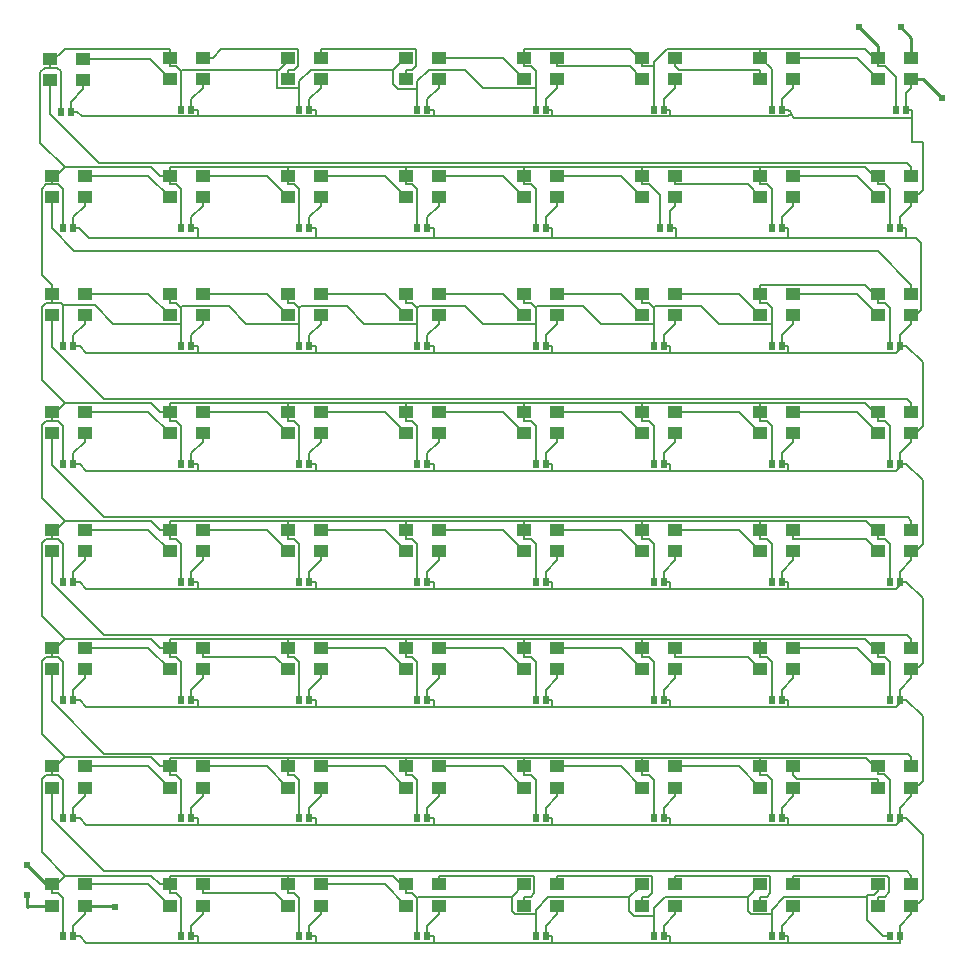
<source format=gtl>
G04 ---------------------------- Layer name :TOP LAYER*
G04 EasyEDA v5.8.22, Sat, 19 Jan 2019 18:17:00 GMT*
G04 b8eca77e87294b629a6419249ffa979f*
G04 Gerber Generator version 0.2*
G04 Scale: 100 percent, Rotated: No, Reflected: No *
G04 Dimensions in millimeters *
G04 leading zeros omitted , absolute positions ,3 integer and 3 decimal *
%FSLAX33Y33*%
%MOMM*%
G90*
G71D02*

%ADD10C,0.254000*%
%ADD11C,0.159995*%
%ADD12C,0.619760*%
%ADD13R,1.199998X0.999998*%
%ADD14R,0.599948X0.649986*%

%LPD*%
G54D11*
G01X3599Y55900D02*
G01X3599Y55158D01*
G01X3743Y55158D02*
G01X3599Y55158D01*
G01X3743Y55158D02*
G01X4366Y55158D01*
G01X4577Y54947D01*
G01X4716Y46642D02*
G01X2758Y48600D01*
G01X2758Y54795D01*
G01X3119Y55158D01*
G01X3743Y55158D01*
G01X54576Y3220D02*
G01X54576Y1498D01*
G01X62544Y4841D02*
G01X55526Y4841D01*
G01X54576Y3891D01*
G01X54576Y3220D01*
G01X54576Y3220D02*
G01X52956Y3220D01*
G01X52529Y3647D01*
G01X52529Y4841D01*
G01X52529Y4841D02*
G01X53296Y5608D01*
G01X53599Y5608D01*
G01X52529Y4841D02*
G01X45656Y4841D01*
G01X44577Y3761D01*
G01X44577Y3350D01*
G01X72677Y4841D02*
G01X72677Y4993D01*
G01X73276Y4993D01*
G01X73599Y5316D01*
G01X74035Y1498D02*
G01X72677Y2857D01*
G01X72677Y4841D01*
G01X72677Y4841D02*
G01X65656Y4841D01*
G01X64576Y3761D01*
G01X64576Y3350D01*
G01X74576Y1498D02*
G01X74035Y1498D01*
G01X34577Y73220D02*
G01X34577Y71498D01*
G01X44577Y73345D02*
G01X40088Y73345D01*
G01X38590Y74841D01*
G01X35526Y74841D01*
G01X34577Y73891D01*
G01X34577Y73220D01*
G01X34577Y73220D02*
G01X32956Y73220D01*
G01X32529Y73647D01*
G01X32529Y74841D01*
G01X32529Y74841D02*
G01X33296Y75608D01*
G01X33599Y75608D01*
G01X32529Y74841D02*
G01X25529Y74841D01*
G01X24577Y73888D01*
G01X24577Y73317D01*
G01X43599Y75900D02*
G01X43599Y76641D01*
G01X53599Y75608D02*
G01X52567Y76641D01*
G01X43599Y76641D01*
G01X53599Y75608D02*
G01X53599Y75158D01*
G01X53599Y75900D02*
G01X53599Y75608D01*
G01X64576Y71498D02*
G01X64576Y74922D01*
G01X63599Y75900D01*
G01X73599Y75529D02*
G01X72486Y76641D01*
G01X63599Y76641D01*
G01X73599Y75529D02*
G01X73599Y75158D01*
G01X73599Y75900D02*
G01X73599Y75529D01*
G01X24577Y73317D02*
G01X24577Y71498D01*
G01X22689Y74841D02*
G01X22689Y73317D01*
G01X24577Y73317D01*
G01X22689Y74841D02*
G01X14681Y74841D01*
G01X14577Y74736D01*
G01X23601Y75608D02*
G01X22837Y74841D01*
G01X22689Y74841D01*
G01X44577Y3350D02*
G01X44577Y1498D01*
G01X44577Y3350D02*
G01X42826Y3350D01*
G01X42545Y3629D01*
G01X42545Y4841D01*
G01X42545Y4841D02*
G01X43601Y5897D01*
G01X34577Y4737D02*
G01X34683Y4841D01*
G01X42545Y4841D01*
G01X53599Y5900D02*
G01X53599Y5608D01*
G01X64576Y3350D02*
G01X64576Y1498D01*
G01X64576Y3350D02*
G01X62826Y3350D01*
G01X62544Y3629D01*
G01X62544Y4841D01*
G01X62544Y4841D02*
G01X63601Y5897D01*
G01X73599Y5900D02*
G01X73599Y5316D01*
G01X63599Y75900D02*
G01X63599Y76641D01*
G01X54576Y75158D02*
G01X54576Y75519D01*
G01X55699Y76641D01*
G01X63599Y76641D01*
G01X54576Y71498D02*
G01X54576Y75158D01*
G01X54576Y75158D02*
G01X53599Y75158D01*
G01X14577Y74736D02*
G01X14155Y75158D01*
G01X13599Y75158D01*
G01X14577Y71498D02*
G01X14577Y74736D01*
G01X23601Y75897D02*
G01X23601Y75608D01*
G01X33599Y75900D02*
G01X33599Y75608D01*
G01X44577Y73345D02*
G01X44577Y74736D01*
G01X44155Y75158D01*
G01X43599Y75158D01*
G01X44577Y71498D02*
G01X44577Y73345D01*
G01X4714Y66641D02*
G01X3599Y65529D01*
G01X12758Y65900D02*
G01X12014Y66641D01*
G01X4714Y66641D01*
G01X4714Y66641D02*
G01X2659Y68696D01*
G01X2659Y74693D01*
G01X3022Y75057D01*
G01X3502Y75057D01*
G01X13599Y65900D02*
G01X13599Y66641D01*
G01X23599Y66641D02*
G01X13599Y66641D01*
G01X23599Y66560D02*
G01X23599Y66641D01*
G01X23599Y65900D02*
G01X23599Y66560D01*
G01X33599Y66641D02*
G01X23599Y66641D01*
G01X33599Y66560D02*
G01X33599Y66641D01*
G01X33599Y65900D02*
G01X33599Y66560D01*
G01X43599Y66641D02*
G01X33599Y66641D01*
G01X43599Y66560D02*
G01X43599Y66641D01*
G01X43599Y65900D02*
G01X43599Y66560D01*
G01X53601Y66639D02*
G01X53601Y66641D01*
G01X43599Y66641D01*
G01X53601Y66560D02*
G01X53601Y66639D01*
G01X53601Y65897D02*
G01X53601Y66560D01*
G01X63599Y66641D02*
G01X53601Y66641D01*
G01X53601Y66639D01*
G01X63599Y66641D02*
G01X63599Y66641D01*
G01X63599Y66560D02*
G01X63599Y66641D01*
G01X63599Y65900D02*
G01X63599Y66560D01*
G01X73599Y65529D02*
G01X72486Y66641D01*
G01X63599Y66641D01*
G01X73599Y65529D02*
G01X73599Y65158D01*
G01X73599Y65900D02*
G01X73599Y65529D01*
G01X3599Y55900D02*
G01X3599Y56642D01*
G01X3599Y56642D02*
G01X2758Y57485D01*
G01X2758Y64795D01*
G01X3119Y65158D01*
G01X3599Y65158D01*
G01X24577Y53345D02*
G01X24577Y54737D01*
G01X24577Y51498D02*
G01X24577Y53345D01*
G01X24577Y53345D02*
G01X20088Y53345D01*
G01X18590Y54841D01*
G01X14683Y54841D01*
G01X14577Y54737D01*
G01X14577Y54737D02*
G01X14155Y55158D01*
G01X13599Y55158D01*
G01X14577Y53357D02*
G01X14577Y54737D01*
G01X34577Y53342D02*
G01X34577Y54737D01*
G01X34577Y51498D02*
G01X34577Y53342D01*
G01X34577Y53342D02*
G01X30088Y53342D01*
G01X28590Y54841D01*
G01X24683Y54841D01*
G01X24577Y54737D01*
G01X24577Y54737D02*
G01X24155Y55158D01*
G01X23599Y55158D01*
G01X44577Y53342D02*
G01X44577Y54737D01*
G01X44577Y51498D02*
G01X44577Y53342D01*
G01X44577Y53342D02*
G01X40088Y53342D01*
G01X38590Y54841D01*
G01X34681Y54841D01*
G01X34577Y54737D01*
G01X34577Y54737D02*
G01X34157Y55156D01*
G01X33601Y55156D01*
G01X54576Y53345D02*
G01X54576Y54739D01*
G01X54576Y51498D02*
G01X54576Y53345D01*
G01X54576Y53345D02*
G01X50086Y53345D01*
G01X48590Y54841D01*
G01X44681Y54841D01*
G01X44577Y54737D01*
G01X44577Y54737D02*
G01X44157Y55156D01*
G01X43601Y55156D01*
G01X64576Y53345D02*
G01X64576Y54737D01*
G01X64155Y55158D01*
G01X63599Y55158D01*
G01X64576Y51498D02*
G01X64576Y53345D01*
G01X64576Y53345D02*
G01X60088Y53345D01*
G01X58590Y54841D01*
G01X54678Y54841D01*
G01X54576Y54739D01*
G01X54576Y54739D02*
G01X54157Y55156D01*
G01X53601Y55156D01*
G01X63599Y55900D02*
G01X63599Y56642D01*
G01X73601Y55526D02*
G01X72486Y56642D01*
G01X63599Y56642D01*
G01X73601Y55526D02*
G01X73601Y55156D01*
G01X73601Y55897D02*
G01X73601Y55526D01*
G01X4716Y46642D02*
G01X3601Y45526D01*
G01X12760Y45897D02*
G01X12016Y46642D01*
G01X4716Y46642D01*
G01X13601Y45897D02*
G01X13601Y46639D01*
G01X23601Y46639D02*
G01X13601Y46639D01*
G01X23601Y46560D02*
G01X23601Y46639D01*
G01X23601Y45897D02*
G01X23601Y46560D01*
G01X33601Y46639D02*
G01X23601Y46639D01*
G01X33601Y46560D02*
G01X33601Y46639D01*
G01X33601Y45897D02*
G01X33601Y46560D01*
G01X43601Y46639D02*
G01X33601Y46639D01*
G01X43601Y46560D02*
G01X43601Y46639D01*
G01X43601Y45897D02*
G01X43601Y46560D01*
G01X53601Y46639D02*
G01X43601Y46639D01*
G01X53601Y46560D02*
G01X53601Y46639D01*
G01X53601Y45897D02*
G01X53601Y46560D01*
G01X63601Y46639D02*
G01X63601Y46639D01*
G01X53601Y46639D01*
G01X63601Y45897D02*
G01X63601Y46560D01*
G01X63601Y46639D02*
G01X63601Y46639D01*
G01X63601Y46560D02*
G01X63601Y46639D01*
G01X73601Y45526D02*
G01X72489Y46639D01*
G01X63601Y46639D01*
G01X73601Y45526D02*
G01X73601Y45156D01*
G01X73601Y45897D02*
G01X73601Y45526D01*
G01X4716Y36642D02*
G01X3601Y35526D01*
G01X12760Y35897D02*
G01X12016Y36642D01*
G01X4716Y36642D01*
G01X4716Y36642D02*
G01X2758Y38597D01*
G01X2758Y44792D01*
G01X3121Y45156D01*
G01X3601Y45156D01*
G01X13601Y35897D02*
G01X13601Y36639D01*
G01X23601Y36639D02*
G01X13601Y36639D01*
G01X23601Y36560D02*
G01X23601Y36639D01*
G01X23601Y35897D02*
G01X23601Y36560D01*
G01X33601Y36639D02*
G01X23601Y36639D01*
G01X33601Y36560D02*
G01X33601Y36639D01*
G01X33601Y35897D02*
G01X33601Y36560D01*
G01X43601Y36639D02*
G01X33601Y36639D01*
G01X43601Y36560D02*
G01X43601Y36639D01*
G01X43601Y35897D02*
G01X43601Y36560D01*
G01X53601Y36639D02*
G01X43601Y36639D01*
G01X53601Y36560D02*
G01X53601Y36639D01*
G01X53601Y35897D02*
G01X53601Y36560D01*
G01X63601Y36639D02*
G01X53601Y36639D01*
G01X63601Y36560D02*
G01X63601Y36639D01*
G01X63601Y35897D02*
G01X63601Y36560D01*
G01X73599Y35608D02*
G01X72567Y36639D01*
G01X63601Y36639D01*
G01X73599Y35608D02*
G01X73599Y35158D01*
G01X73599Y35900D02*
G01X73599Y35608D01*
G01X4716Y26642D02*
G01X3601Y25527D01*
G01X12760Y25897D02*
G01X12016Y26642D01*
G01X4716Y26642D01*
G01X4716Y26642D02*
G01X2758Y28597D01*
G01X2758Y34792D01*
G01X3121Y35156D01*
G01X3601Y35156D01*
G01X13601Y25897D02*
G01X13601Y26639D01*
G01X23599Y26642D02*
G01X13601Y26642D01*
G01X13601Y26639D01*
G01X23599Y26642D02*
G01X23599Y26642D01*
G01X23599Y26560D02*
G01X23599Y26642D01*
G01X23599Y25900D02*
G01X23599Y26560D01*
G01X33601Y26639D02*
G01X33601Y26642D01*
G01X23599Y26642D01*
G01X33601Y26560D02*
G01X33601Y26639D01*
G01X33601Y25897D02*
G01X33601Y26560D01*
G01X43601Y26639D02*
G01X33601Y26639D01*
G01X43601Y26560D02*
G01X43601Y26639D01*
G01X43601Y25897D02*
G01X43601Y26560D01*
G01X53601Y26639D02*
G01X43601Y26639D01*
G01X53601Y26560D02*
G01X53601Y26639D01*
G01X53601Y25897D02*
G01X53601Y26560D01*
G01X63599Y26642D02*
G01X53601Y26642D01*
G01X53601Y26639D01*
G01X63599Y26642D02*
G01X63599Y26642D01*
G01X63599Y26560D02*
G01X63599Y26642D01*
G01X63599Y25900D02*
G01X63599Y26560D01*
G01X73599Y25529D02*
G01X72486Y26642D01*
G01X63599Y26642D01*
G01X73599Y25529D02*
G01X73599Y25158D01*
G01X73599Y25900D02*
G01X73599Y25529D01*
G01X4716Y16642D02*
G01X3601Y15527D01*
G01X12760Y15897D02*
G01X12016Y16642D01*
G01X4716Y16642D01*
G01X4716Y16642D02*
G01X2758Y18597D01*
G01X2758Y24792D01*
G01X3121Y25156D01*
G01X3601Y25156D01*
G01X13601Y15897D02*
G01X13601Y16639D01*
G01X23601Y16639D02*
G01X13601Y16639D01*
G01X23601Y16560D02*
G01X23601Y16639D01*
G01X23601Y15897D02*
G01X23601Y16560D01*
G01X33601Y16639D02*
G01X23601Y16639D01*
G01X33601Y16560D02*
G01X33601Y16639D01*
G01X33601Y15897D02*
G01X33601Y16560D01*
G01X43601Y16639D02*
G01X33601Y16639D01*
G01X43601Y16560D02*
G01X43601Y16639D01*
G01X43601Y15897D02*
G01X43601Y16560D01*
G01X53601Y16639D02*
G01X43601Y16639D01*
G01X53601Y16560D02*
G01X53601Y16639D01*
G01X53601Y15897D02*
G01X53601Y16560D01*
G01X63601Y16639D02*
G01X53601Y16639D01*
G01X63601Y16560D02*
G01X63601Y16639D01*
G01X63601Y15897D02*
G01X63601Y16560D01*
G01X73599Y15567D02*
G01X72527Y16639D01*
G01X63601Y16639D01*
G01X73599Y15567D02*
G01X73599Y15237D01*
G01X73599Y15900D02*
G01X73599Y15567D01*
G01X4716Y6642D02*
G01X3601Y5527D01*
G01X12760Y5897D02*
G01X12016Y6642D01*
G01X4716Y6642D01*
G01X4716Y6642D02*
G01X2758Y8597D01*
G01X2758Y14792D01*
G01X3121Y15156D01*
G01X3601Y15156D01*
G01X13601Y5897D02*
G01X13601Y6639D01*
G01X23599Y6642D02*
G01X13601Y6642D01*
G01X13601Y6639D01*
G01X23599Y6642D02*
G01X23599Y6642D01*
G01X23599Y6560D02*
G01X23599Y6642D01*
G01X23599Y5900D02*
G01X23599Y6560D01*
G01X33599Y5529D02*
G01X32486Y6642D01*
G01X23599Y6642D01*
G01X33599Y5529D02*
G01X33599Y5158D01*
G01X33599Y5900D02*
G01X33599Y5529D01*
G01X34577Y4737D02*
G01X34155Y5158D01*
G01X33599Y5158D01*
G01X34577Y1498D02*
G01X34577Y4737D01*
G01X13599Y75900D02*
G01X13599Y76641D01*
G01X3502Y75427D02*
G01X4716Y76641D01*
G01X13599Y76641D01*
G01X3502Y75427D02*
G01X3502Y75057D01*
G01X3502Y75798D02*
G01X3502Y75427D01*
G01X4378Y71297D02*
G01X4378Y74736D01*
G01X4058Y75057D01*
G01X3502Y75057D01*
G01X13599Y75900D02*
G01X13599Y75158D01*
G01X43599Y75900D02*
G01X43599Y75158D01*
G01X13599Y65900D02*
G01X12758Y65900D01*
G01X3599Y65529D02*
G01X3599Y65158D01*
G01X3599Y65900D02*
G01X3599Y65529D01*
G01X4577Y61498D02*
G01X4577Y64736D01*
G01X4155Y65158D01*
G01X3599Y65158D01*
G01X13599Y65900D02*
G01X13599Y65158D01*
G01X14577Y61498D02*
G01X14577Y64736D01*
G01X14155Y65158D01*
G01X13599Y65158D01*
G01X23599Y65900D02*
G01X23599Y65158D01*
G01X24577Y61498D02*
G01X24577Y64736D01*
G01X24155Y65158D01*
G01X23599Y65158D01*
G01X33599Y65900D02*
G01X33599Y65158D01*
G01X34577Y61498D02*
G01X34577Y64736D01*
G01X34155Y65158D01*
G01X33599Y65158D01*
G01X43599Y65900D02*
G01X43599Y65158D01*
G01X44577Y61498D02*
G01X44577Y64736D01*
G01X44155Y65158D01*
G01X43599Y65158D01*
G01X53601Y65897D02*
G01X53601Y65156D01*
G01X55077Y61498D02*
G01X55077Y64236D01*
G01X54157Y65156D01*
G01X53601Y65156D01*
G01X63599Y65900D02*
G01X63599Y65158D01*
G01X64576Y61498D02*
G01X64576Y64736D01*
G01X64155Y65158D01*
G01X63599Y65158D01*
G01X4577Y54947D02*
G01X7241Y54947D01*
G01X8831Y53357D01*
G01X14577Y53357D01*
G01X4577Y51498D02*
G01X4577Y54947D01*
G01X14577Y51498D02*
G01X14577Y53357D01*
G01X13599Y55900D02*
G01X13599Y55158D01*
G01X23599Y55900D02*
G01X23599Y55158D01*
G01X33601Y55897D02*
G01X33601Y55156D01*
G01X43601Y55897D02*
G01X43601Y55156D01*
G01X53601Y55897D02*
G01X53601Y55156D01*
G01X13601Y45897D02*
G01X12760Y45897D01*
G01X3601Y45526D02*
G01X3601Y45156D01*
G01X3601Y45897D02*
G01X3601Y45526D01*
G01X4577Y41498D02*
G01X4577Y44737D01*
G01X4157Y45156D01*
G01X3601Y45156D01*
G01X13601Y45897D02*
G01X13601Y45156D01*
G01X14577Y41498D02*
G01X14577Y44737D01*
G01X14157Y45156D01*
G01X13601Y45156D01*
G01X23601Y45897D02*
G01X23601Y45156D01*
G01X24577Y41498D02*
G01X24577Y44737D01*
G01X24157Y45156D01*
G01X23601Y45156D01*
G01X33601Y45897D02*
G01X33601Y45156D01*
G01X34577Y41498D02*
G01X34577Y44737D01*
G01X34157Y45156D01*
G01X33601Y45156D01*
G01X43601Y45897D02*
G01X43601Y45156D01*
G01X44577Y41498D02*
G01X44577Y44737D01*
G01X44157Y45156D01*
G01X43601Y45156D01*
G01X53601Y45897D02*
G01X53601Y45156D01*
G01X54576Y41498D02*
G01X54576Y44737D01*
G01X54157Y45156D01*
G01X53601Y45156D01*
G01X63601Y45897D02*
G01X63601Y45156D01*
G01X64576Y41498D02*
G01X64576Y44737D01*
G01X64157Y45156D01*
G01X63601Y45156D01*
G01X13601Y35897D02*
G01X12760Y35897D01*
G01X3601Y35526D02*
G01X3601Y35156D01*
G01X3601Y35897D02*
G01X3601Y35526D01*
G01X4577Y31498D02*
G01X4577Y34737D01*
G01X4157Y35156D01*
G01X3601Y35156D01*
G01X13601Y35897D02*
G01X13601Y35156D01*
G01X14577Y31498D02*
G01X14577Y34737D01*
G01X14157Y35156D01*
G01X13601Y35156D01*
G01X23601Y35897D02*
G01X23601Y35156D01*
G01X24577Y31498D02*
G01X24577Y34737D01*
G01X24157Y35156D01*
G01X23601Y35156D01*
G01X33601Y35897D02*
G01X33601Y35156D01*
G01X34577Y31498D02*
G01X34577Y34737D01*
G01X34157Y35156D01*
G01X33601Y35156D01*
G01X43601Y35897D02*
G01X43601Y35156D01*
G01X44577Y31498D02*
G01X44577Y34737D01*
G01X44157Y35156D01*
G01X43601Y35156D01*
G01X53601Y35897D02*
G01X53601Y35156D01*
G01X54576Y31498D02*
G01X54576Y34739D01*
G01X54157Y35156D01*
G01X53601Y35156D01*
G01X63601Y35897D02*
G01X63601Y35156D01*
G01X64576Y31498D02*
G01X64576Y34737D01*
G01X64157Y35156D01*
G01X63601Y35156D01*
G01X13601Y25897D02*
G01X12760Y25897D01*
G01X3601Y25527D02*
G01X3601Y25156D01*
G01X3601Y25897D02*
G01X3601Y25527D01*
G01X4577Y21498D02*
G01X4577Y24737D01*
G01X4157Y25156D01*
G01X3601Y25156D01*
G01X13601Y25897D02*
G01X13601Y25156D01*
G01X14577Y21498D02*
G01X14577Y24737D01*
G01X14157Y25156D01*
G01X13601Y25156D01*
G01X23599Y25900D02*
G01X23599Y25158D01*
G01X24577Y21498D02*
G01X24577Y24737D01*
G01X24155Y25158D01*
G01X23599Y25158D01*
G01X33601Y25897D02*
G01X33601Y25156D01*
G01X34577Y21498D02*
G01X34577Y24737D01*
G01X34157Y25156D01*
G01X33601Y25156D01*
G01X43601Y25897D02*
G01X43601Y25156D01*
G01X44577Y21498D02*
G01X44577Y24737D01*
G01X44157Y25156D01*
G01X43601Y25156D01*
G01X53601Y25897D02*
G01X53601Y25156D01*
G01X54576Y21498D02*
G01X54576Y24737D01*
G01X54157Y25156D01*
G01X53601Y25156D01*
G01X63599Y25900D02*
G01X63599Y25158D01*
G01X64576Y21498D02*
G01X64576Y24737D01*
G01X64155Y25158D01*
G01X63599Y25158D01*
G01X13601Y15897D02*
G01X12760Y15897D01*
G01X3601Y15527D02*
G01X3601Y15156D01*
G01X3601Y15897D02*
G01X3601Y15527D01*
G01X4577Y11498D02*
G01X4577Y14737D01*
G01X4157Y15156D01*
G01X3601Y15156D01*
G01X13601Y15897D02*
G01X13601Y15156D01*
G01X14577Y11498D02*
G01X14577Y14737D01*
G01X14157Y15156D01*
G01X13601Y15156D01*
G01X23601Y15897D02*
G01X23601Y15156D01*
G01X24577Y11498D02*
G01X24577Y14737D01*
G01X24157Y15156D01*
G01X23601Y15156D01*
G01X33601Y15897D02*
G01X33601Y15156D01*
G01X34577Y11498D02*
G01X34577Y14737D01*
G01X34157Y15156D01*
G01X33601Y15156D01*
G01X43601Y15897D02*
G01X43601Y15156D01*
G01X44577Y11498D02*
G01X44577Y14737D01*
G01X44157Y15156D01*
G01X43601Y15156D01*
G01X53601Y15897D02*
G01X53601Y15156D01*
G01X54576Y11498D02*
G01X54576Y14737D01*
G01X54157Y15156D01*
G01X53601Y15156D01*
G01X63601Y15897D02*
G01X63601Y15156D01*
G01X64576Y11498D02*
G01X64576Y14737D01*
G01X64157Y15156D01*
G01X63601Y15156D01*
G01X73599Y15237D02*
G01X74076Y15237D01*
G01X74576Y14737D01*
G01X74576Y11498D01*
G01X13601Y5897D02*
G01X12760Y5897D01*
G01X3601Y5527D02*
G01X3601Y5156D01*
G01X3601Y5897D02*
G01X3601Y5527D01*
G01X4577Y1498D02*
G01X4577Y4737D01*
G01X4157Y5156D01*
G01X3601Y5156D01*
G01X13601Y5897D02*
G01X13601Y5156D01*
G01X14577Y1498D02*
G01X14577Y4737D01*
G01X14157Y5156D01*
G01X13601Y5156D01*
G01X23599Y5900D02*
G01X23599Y5158D01*
G01X24577Y1498D02*
G01X24577Y4737D01*
G01X24155Y5158D01*
G01X23599Y5158D01*
G01X75077Y71498D02*
G01X75077Y74236D01*
G01X74155Y75158D01*
G01X73599Y75158D01*
G01X74576Y61498D02*
G01X74576Y64736D01*
G01X74155Y65158D01*
G01X73599Y65158D01*
G01X63599Y55900D02*
G01X63599Y55158D01*
G01X74576Y51498D02*
G01X74576Y54737D01*
G01X74157Y55156D01*
G01X73601Y55156D01*
G01X74576Y41498D02*
G01X74576Y44737D01*
G01X74157Y45156D01*
G01X73601Y45156D01*
G01X74576Y31498D02*
G01X74576Y34737D01*
G01X74155Y35158D01*
G01X73599Y35158D01*
G01X74576Y21498D02*
G01X74576Y24737D01*
G01X74155Y25158D01*
G01X73599Y25158D01*
G01X6301Y75798D02*
G01X11902Y75798D01*
G01X13599Y74099D01*
G01X15966Y70929D02*
G01X6136Y70929D01*
G01X5768Y71297D01*
G01X25968Y70929D02*
G01X15966Y70929D01*
G01X15966Y70929D02*
G01X15966Y71498D01*
G01X5227Y71297D02*
G01X5768Y71297D01*
G01X35968Y70929D02*
G01X25968Y70929D01*
G01X25968Y70929D02*
G01X25968Y71498D01*
G01X15425Y71498D02*
G01X15966Y71498D01*
G01X45968Y70929D02*
G01X35968Y70929D01*
G01X35968Y70929D02*
G01X35968Y71498D01*
G01X25425Y71498D02*
G01X25968Y71498D01*
G01X55968Y70929D02*
G01X45968Y70929D01*
G01X45968Y70929D02*
G01X45968Y71498D01*
G01X35425Y71498D02*
G01X35968Y71498D01*
G01X66172Y71112D02*
G01X65989Y70929D01*
G01X55968Y70929D01*
G01X55968Y70929D02*
G01X55968Y71498D01*
G01X45425Y71498D02*
G01X45968Y71498D01*
G01X65968Y71498D02*
G01X66172Y71295D01*
G01X66172Y71112D01*
G01X76469Y70810D02*
G01X66474Y70810D01*
G01X66172Y71112D01*
G01X76469Y70810D02*
G01X76469Y71498D01*
G01X76400Y63728D02*
G01X77348Y64676D01*
G01X77348Y68712D01*
G01X76469Y68712D01*
G01X76469Y70810D01*
G01X55425Y71498D02*
G01X55968Y71498D01*
G01X65425Y71498D02*
G01X65968Y71498D01*
G01X75925Y71498D02*
G01X76469Y71498D01*
G01X76400Y63728D02*
G01X76400Y63357D01*
G01X76400Y64099D02*
G01X76400Y63728D01*
G01X15966Y60657D02*
G01X6809Y60657D01*
G01X5966Y61498D01*
G01X25968Y60657D02*
G01X15966Y60657D01*
G01X15966Y60657D02*
G01X15966Y61498D01*
G01X5425Y61498D02*
G01X5966Y61498D01*
G01X35968Y60657D02*
G01X25968Y60657D01*
G01X25968Y60657D02*
G01X25968Y61498D01*
G01X15425Y61498D02*
G01X15966Y61498D01*
G01X45968Y60657D02*
G01X35968Y60657D01*
G01X35968Y60657D02*
G01X35968Y61498D01*
G01X25425Y61498D02*
G01X25968Y61498D01*
G01X56469Y60657D02*
G01X45968Y60657D01*
G01X45968Y60657D02*
G01X45968Y61498D01*
G01X35425Y61498D02*
G01X35968Y61498D01*
G01X65968Y60657D02*
G01X56469Y60657D01*
G01X56469Y60657D02*
G01X56469Y61498D01*
G01X45425Y61498D02*
G01X45968Y61498D01*
G01X75968Y60657D02*
G01X65968Y60657D01*
G01X65968Y60657D02*
G01X65968Y61498D01*
G01X55925Y61498D02*
G01X56469Y61498D01*
G01X76403Y53726D02*
G01X77243Y54569D01*
G01X77243Y60220D01*
G01X76809Y60657D01*
G01X75968Y60657D01*
G01X75968Y60657D02*
G01X75968Y61498D01*
G01X65425Y61498D02*
G01X65968Y61498D01*
G01X75425Y61498D02*
G01X75968Y61498D01*
G01X76403Y53726D02*
G01X76403Y53355D01*
G01X76403Y54096D02*
G01X76403Y53726D01*
G01X15968Y50929D02*
G01X6535Y50929D01*
G01X5969Y51498D01*
G01X25968Y50929D02*
G01X15968Y50929D01*
G01X15968Y50929D02*
G01X15968Y51498D01*
G01X5425Y51498D02*
G01X5969Y51498D01*
G01X35968Y50929D02*
G01X25968Y50929D01*
G01X25968Y50929D02*
G01X25968Y51498D01*
G01X15425Y51498D02*
G01X15968Y51498D01*
G01X45968Y50929D02*
G01X35968Y50929D01*
G01X35968Y50929D02*
G01X35968Y51498D01*
G01X25425Y51498D02*
G01X25968Y51498D01*
G01X55966Y50929D02*
G01X45968Y50929D01*
G01X45968Y50929D02*
G01X45968Y51498D01*
G01X35425Y51498D02*
G01X35968Y51498D01*
G01X65968Y50929D02*
G01X55966Y50929D01*
G01X55966Y50929D02*
G01X55966Y51498D01*
G01X45425Y51498D02*
G01X45968Y51498D01*
G01X75697Y51498D02*
G01X75130Y50929D01*
G01X65968Y50929D01*
G01X65968Y50929D02*
G01X65968Y51498D01*
G01X55425Y51498D02*
G01X55966Y51498D01*
G01X65425Y51498D02*
G01X65968Y51498D01*
G01X75697Y51498D02*
G01X75968Y51498D01*
G01X75425Y51498D02*
G01X75697Y51498D01*
G01X76403Y43726D02*
G01X77348Y44673D01*
G01X77348Y50116D01*
G01X75968Y51498D01*
G01X76403Y43726D02*
G01X76403Y43355D01*
G01X76403Y44096D02*
G01X76403Y43726D01*
G01X15968Y40929D02*
G01X6535Y40929D01*
G01X5969Y41498D01*
G01X25968Y40929D02*
G01X15968Y40929D01*
G01X15968Y40929D02*
G01X15968Y41498D01*
G01X5425Y41498D02*
G01X5969Y41498D01*
G01X35968Y40929D02*
G01X25968Y40929D01*
G01X25968Y40929D02*
G01X25968Y41498D01*
G01X15425Y41498D02*
G01X15968Y41498D01*
G01X45968Y40929D02*
G01X35968Y40929D01*
G01X35968Y40929D02*
G01X35968Y41498D01*
G01X25425Y41498D02*
G01X25968Y41498D01*
G01X55968Y40929D02*
G01X45968Y40929D01*
G01X45968Y40929D02*
G01X45968Y41498D01*
G01X35425Y41498D02*
G01X35968Y41498D01*
G01X65968Y40929D02*
G01X55968Y40929D01*
G01X55968Y40929D02*
G01X55968Y41498D01*
G01X45425Y41498D02*
G01X45968Y41498D01*
G01X75697Y41498D02*
G01X75130Y40929D01*
G01X65968Y40929D01*
G01X65968Y40929D02*
G01X65968Y41498D01*
G01X55425Y41498D02*
G01X55968Y41498D01*
G01X65425Y41498D02*
G01X65968Y41498D01*
G01X75697Y41498D02*
G01X75968Y41498D01*
G01X75425Y41498D02*
G01X75697Y41498D01*
G01X76400Y33728D02*
G01X77348Y34676D01*
G01X77348Y40119D01*
G01X75968Y41498D01*
G01X76400Y33728D02*
G01X76400Y33357D01*
G01X76400Y34099D02*
G01X76400Y33728D01*
G01X15968Y30929D02*
G01X6535Y30929D01*
G01X5969Y31498D01*
G01X25968Y30929D02*
G01X15968Y30929D01*
G01X15968Y30929D02*
G01X15968Y31498D01*
G01X5425Y31498D02*
G01X5969Y31498D01*
G01X35968Y30929D02*
G01X25968Y30929D01*
G01X25968Y30929D02*
G01X25968Y31498D01*
G01X15425Y31498D02*
G01X15968Y31498D01*
G01X45968Y30929D02*
G01X35968Y30929D01*
G01X35968Y30929D02*
G01X35968Y31498D01*
G01X25425Y31498D02*
G01X25968Y31498D01*
G01X55966Y30929D02*
G01X45968Y30929D01*
G01X45968Y30929D02*
G01X45968Y31498D01*
G01X35425Y31498D02*
G01X35968Y31498D01*
G01X65968Y30929D02*
G01X55966Y30929D01*
G01X55966Y30929D02*
G01X55966Y31498D01*
G01X45425Y31498D02*
G01X45968Y31498D01*
G01X75697Y31498D02*
G01X75130Y30929D01*
G01X65968Y30929D01*
G01X65968Y30929D02*
G01X65968Y31498D01*
G01X55425Y31498D02*
G01X55966Y31498D01*
G01X65425Y31498D02*
G01X65968Y31498D01*
G01X75697Y31498D02*
G01X75968Y31498D01*
G01X75425Y31498D02*
G01X75697Y31498D01*
G01X76400Y23728D02*
G01X77348Y24676D01*
G01X77348Y30119D01*
G01X75968Y31498D01*
G01X76400Y23728D02*
G01X76400Y23357D01*
G01X76400Y24099D02*
G01X76400Y23728D01*
G01X15968Y20929D02*
G01X6535Y20929D01*
G01X5969Y21498D01*
G01X25968Y20929D02*
G01X15968Y20929D01*
G01X15968Y20929D02*
G01X15968Y21498D01*
G01X5425Y21498D02*
G01X5969Y21498D01*
G01X35968Y20929D02*
G01X25968Y20929D01*
G01X25968Y20929D02*
G01X25968Y21498D01*
G01X15425Y21498D02*
G01X15968Y21498D01*
G01X45968Y20929D02*
G01X35968Y20929D01*
G01X35968Y20929D02*
G01X35968Y21498D01*
G01X25425Y21498D02*
G01X25968Y21498D01*
G01X55968Y20929D02*
G01X45968Y20929D01*
G01X45968Y20929D02*
G01X45968Y21498D01*
G01X35425Y21498D02*
G01X35968Y21498D01*
G01X65968Y20929D02*
G01X55968Y20929D01*
G01X55968Y20929D02*
G01X55968Y21498D01*
G01X45425Y21498D02*
G01X45968Y21498D01*
G01X75697Y21498D02*
G01X75130Y20929D01*
G01X65968Y20929D01*
G01X65968Y20929D02*
G01X65968Y21498D01*
G01X55425Y21498D02*
G01X55968Y21498D01*
G01X65425Y21498D02*
G01X65968Y21498D01*
G01X75697Y21498D02*
G01X75968Y21498D01*
G01X75425Y21498D02*
G01X75697Y21498D01*
G01X76400Y13728D02*
G01X77348Y14676D01*
G01X77348Y20119D01*
G01X75968Y21498D01*
G01X76400Y13728D02*
G01X76400Y13357D01*
G01X76400Y14099D02*
G01X76400Y13728D01*
G01X15968Y10929D02*
G01X6535Y10929D01*
G01X5969Y11498D01*
G01X25968Y10929D02*
G01X15968Y10929D01*
G01X15968Y10929D02*
G01X15968Y11498D01*
G01X5425Y11498D02*
G01X5969Y11498D01*
G01X35968Y10929D02*
G01X25968Y10929D01*
G01X25968Y10929D02*
G01X25968Y11498D01*
G01X15425Y11498D02*
G01X15968Y11498D01*
G01X45968Y10929D02*
G01X35968Y10929D01*
G01X35968Y10929D02*
G01X35968Y11498D01*
G01X25425Y11498D02*
G01X25968Y11498D01*
G01X55968Y10929D02*
G01X45968Y10929D01*
G01X45968Y10929D02*
G01X45968Y11498D01*
G01X35425Y11498D02*
G01X35968Y11498D01*
G01X65968Y10929D02*
G01X55968Y10929D01*
G01X55968Y10929D02*
G01X55968Y11498D01*
G01X45425Y11498D02*
G01X45968Y11498D01*
G01X75697Y11498D02*
G01X75130Y10929D01*
G01X65968Y10929D01*
G01X65968Y10929D02*
G01X65968Y11498D01*
G01X55425Y11498D02*
G01X55968Y11498D01*
G01X65425Y11498D02*
G01X65968Y11498D01*
G01X75697Y11498D02*
G01X75968Y11498D01*
G01X75425Y11498D02*
G01X75697Y11498D01*
G01X76400Y3728D02*
G01X77348Y4676D01*
G01X77348Y10119D01*
G01X75968Y11498D01*
G01X76400Y3728D02*
G01X76400Y3357D01*
G01X76400Y4099D02*
G01X76400Y3728D01*
G01X15968Y932D02*
G01X6535Y932D01*
G01X5969Y1498D01*
G01X25968Y932D02*
G01X15968Y932D01*
G01X15968Y932D02*
G01X15968Y1498D01*
G01X5425Y1498D02*
G01X5969Y1498D01*
G01X35968Y932D02*
G01X25968Y932D01*
G01X25968Y932D02*
G01X25968Y1498D01*
G01X15425Y1498D02*
G01X15968Y1498D01*
G01X45968Y932D02*
G01X35968Y932D01*
G01X35968Y932D02*
G01X35968Y1498D01*
G01X25425Y1498D02*
G01X25968Y1498D01*
G01X55968Y932D02*
G01X45968Y932D01*
G01X45968Y932D02*
G01X45968Y1498D01*
G01X35425Y1498D02*
G01X35968Y1498D01*
G01X65968Y932D02*
G01X55968Y932D01*
G01X55968Y932D02*
G01X55968Y1498D01*
G01X45425Y1498D02*
G01X45968Y1498D01*
G01X75425Y932D02*
G01X65968Y932D01*
G01X65968Y932D02*
G01X65968Y1498D01*
G01X55425Y1498D02*
G01X55968Y1498D01*
G01X65425Y1498D02*
G01X65968Y1498D01*
G01X75425Y1498D02*
G01X75425Y932D01*
G01X76400Y3357D02*
G01X75425Y2382D01*
G01X75425Y1498D01*
G01X6301Y73997D02*
G01X6301Y73256D01*
G01X5227Y71297D02*
G01X5227Y72179D01*
G01X6301Y73256D01*
G01X16400Y74099D02*
G01X16400Y73357D01*
G01X15425Y71498D02*
G01X15425Y72382D01*
G01X16400Y73357D01*
G01X26403Y74096D02*
G01X26403Y73355D01*
G01X25425Y71498D02*
G01X25425Y72379D01*
G01X26403Y73355D01*
G01X36400Y74099D02*
G01X36400Y73357D01*
G01X35425Y71498D02*
G01X35425Y72382D01*
G01X36400Y73357D01*
G01X46400Y74099D02*
G01X46400Y73357D01*
G01X45425Y71498D02*
G01X45425Y72382D01*
G01X46400Y73357D01*
G01X56400Y74099D02*
G01X56400Y73357D01*
G01X55425Y71498D02*
G01X55425Y72382D01*
G01X56400Y73357D01*
G01X66400Y74099D02*
G01X66400Y73357D01*
G01X65425Y71498D02*
G01X65425Y72382D01*
G01X66400Y73357D01*
G01X76400Y74099D02*
G01X76400Y73357D01*
G01X75925Y71498D02*
G01X75925Y72882D01*
G01X76400Y73357D01*
G01X6400Y64099D02*
G01X6400Y63357D01*
G01X5425Y61498D02*
G01X5425Y62382D01*
G01X6400Y63357D01*
G01X16400Y64099D02*
G01X16400Y63357D01*
G01X15425Y61498D02*
G01X15425Y62382D01*
G01X16400Y63357D01*
G01X26400Y64099D02*
G01X26400Y63357D01*
G01X25425Y61498D02*
G01X25425Y62382D01*
G01X26400Y63357D01*
G01X36400Y64099D02*
G01X36400Y63357D01*
G01X35425Y61498D02*
G01X35425Y62382D01*
G01X36400Y63357D01*
G01X46400Y64099D02*
G01X46400Y63357D01*
G01X45425Y61498D02*
G01X45425Y62382D01*
G01X46400Y63357D01*
G01X56403Y64096D02*
G01X56403Y63355D01*
G01X55925Y61498D02*
G01X55925Y62880D01*
G01X56403Y63355D01*
G01X66400Y64099D02*
G01X66400Y63357D01*
G01X65425Y61498D02*
G01X65425Y62382D01*
G01X66400Y63357D01*
G01X75425Y61498D02*
G01X75425Y62382D01*
G01X76400Y63357D01*
G01X6400Y54099D02*
G01X6400Y53357D01*
G01X5425Y51498D02*
G01X5425Y52382D01*
G01X6400Y53357D01*
G01X16400Y54099D02*
G01X16400Y53357D01*
G01X15425Y51498D02*
G01X15425Y52382D01*
G01X16400Y53357D01*
G01X26400Y54099D02*
G01X26400Y53357D01*
G01X25425Y51498D02*
G01X25425Y52382D01*
G01X26400Y53357D01*
G01X36403Y54096D02*
G01X36403Y53355D01*
G01X35425Y51498D02*
G01X35425Y52379D01*
G01X36403Y53355D01*
G01X46403Y54096D02*
G01X46403Y53355D01*
G01X45425Y51498D02*
G01X45425Y52379D01*
G01X46403Y53355D01*
G01X56403Y54096D02*
G01X56403Y53355D01*
G01X55425Y51498D02*
G01X55425Y52377D01*
G01X56403Y53355D01*
G01X66400Y54099D02*
G01X66400Y53357D01*
G01X65425Y51498D02*
G01X65425Y52382D01*
G01X66400Y53357D01*
G01X75425Y51498D02*
G01X75425Y52379D01*
G01X76403Y53355D01*
G01X6403Y44096D02*
G01X6403Y43355D01*
G01X5425Y41498D02*
G01X5425Y42379D01*
G01X6403Y43355D01*
G01X16403Y44096D02*
G01X16403Y43355D01*
G01X15425Y41498D02*
G01X15425Y42379D01*
G01X16403Y43355D01*
G01X26403Y44096D02*
G01X26403Y43355D01*
G01X25425Y41498D02*
G01X25425Y42379D01*
G01X26403Y43355D01*
G01X36403Y44096D02*
G01X36403Y43355D01*
G01X35425Y41498D02*
G01X35425Y42379D01*
G01X36403Y43355D01*
G01X46403Y44096D02*
G01X46403Y43355D01*
G01X45425Y41498D02*
G01X45425Y42379D01*
G01X46403Y43355D01*
G01X56403Y44096D02*
G01X56403Y43355D01*
G01X55425Y41498D02*
G01X55425Y42379D01*
G01X56403Y43355D01*
G01X66403Y44096D02*
G01X66403Y43355D01*
G01X65425Y41498D02*
G01X65425Y42379D01*
G01X66403Y43355D01*
G01X75425Y41498D02*
G01X75425Y42379D01*
G01X76403Y43355D01*
G01X6403Y34096D02*
G01X6403Y33355D01*
G01X5425Y31498D02*
G01X5425Y32379D01*
G01X6403Y33355D01*
G01X16403Y34096D02*
G01X16403Y33355D01*
G01X15425Y31498D02*
G01X15425Y32379D01*
G01X16403Y33355D01*
G01X26403Y34096D02*
G01X26403Y33355D01*
G01X25425Y31498D02*
G01X25425Y32379D01*
G01X26403Y33355D01*
G01X36403Y34096D02*
G01X36403Y33355D01*
G01X35425Y31498D02*
G01X35425Y32379D01*
G01X36403Y33355D01*
G01X46403Y34096D02*
G01X46403Y33355D01*
G01X45425Y31498D02*
G01X45425Y32379D01*
G01X46403Y33355D01*
G01X56403Y34096D02*
G01X56403Y33355D01*
G01X55425Y31498D02*
G01X55425Y32377D01*
G01X56403Y33355D01*
G01X66403Y34096D02*
G01X66403Y33355D01*
G01X65425Y31498D02*
G01X65425Y32379D01*
G01X66403Y33355D01*
G01X75425Y31498D02*
G01X75425Y32382D01*
G01X76400Y33357D01*
G01X6403Y24096D02*
G01X6403Y23355D01*
G01X5425Y21498D02*
G01X5425Y22379D01*
G01X6403Y23355D01*
G01X16403Y24096D02*
G01X16403Y23355D01*
G01X15425Y21498D02*
G01X15425Y22379D01*
G01X16403Y23355D01*
G01X26400Y24099D02*
G01X26400Y23357D01*
G01X25425Y21498D02*
G01X25425Y22382D01*
G01X26400Y23357D01*
G01X36403Y24096D02*
G01X36403Y23355D01*
G01X35425Y21498D02*
G01X35425Y22379D01*
G01X36403Y23355D01*
G01X46403Y24096D02*
G01X46403Y23355D01*
G01X45425Y21498D02*
G01X45425Y22379D01*
G01X46403Y23355D01*
G01X56403Y24096D02*
G01X56403Y23355D01*
G01X55425Y21498D02*
G01X55425Y22379D01*
G01X56403Y23355D01*
G01X66400Y24099D02*
G01X66400Y23357D01*
G01X65425Y21498D02*
G01X65425Y22382D01*
G01X66400Y23357D01*
G01X75425Y21498D02*
G01X75425Y22382D01*
G01X76400Y23357D01*
G01X6403Y14097D02*
G01X6403Y13355D01*
G01X5425Y11498D02*
G01X5425Y12379D01*
G01X6403Y13355D01*
G01X16403Y14097D02*
G01X16403Y13355D01*
G01X15425Y11498D02*
G01X15425Y12379D01*
G01X16403Y13355D01*
G01X26403Y14097D02*
G01X26403Y13355D01*
G01X25425Y11498D02*
G01X25425Y12379D01*
G01X26403Y13355D01*
G01X36403Y14097D02*
G01X36403Y13355D01*
G01X35425Y11498D02*
G01X35425Y12379D01*
G01X36403Y13355D01*
G01X46403Y14097D02*
G01X46403Y13355D01*
G01X45425Y11498D02*
G01X45425Y12379D01*
G01X46403Y13355D01*
G01X56403Y14097D02*
G01X56403Y13355D01*
G01X55425Y11498D02*
G01X55425Y12379D01*
G01X56403Y13355D01*
G01X66403Y14097D02*
G01X66403Y13355D01*
G01X65425Y11498D02*
G01X65425Y12379D01*
G01X66403Y13355D01*
G01X75425Y11498D02*
G01X75425Y12382D01*
G01X76400Y13357D01*
G01X6403Y4097D02*
G01X6403Y3355D01*
G01X5425Y1498D02*
G01X5425Y2379D01*
G01X6403Y3355D01*
G01X16403Y4097D02*
G01X16403Y3355D01*
G01X15425Y1498D02*
G01X15425Y2379D01*
G01X16403Y3355D01*
G01X26400Y4099D02*
G01X26400Y3357D01*
G01X25425Y1498D02*
G01X25425Y2382D01*
G01X26400Y3357D01*
G01X36400Y4099D02*
G01X36400Y3357D01*
G01X35425Y1498D02*
G01X35425Y2382D01*
G01X36400Y3357D01*
G01X46403Y4097D02*
G01X46403Y3355D01*
G01X45425Y1498D02*
G01X45425Y2379D01*
G01X46403Y3355D01*
G01X56400Y4099D02*
G01X56400Y3357D01*
G01X55425Y1498D02*
G01X55425Y2382D01*
G01X56400Y3357D01*
G01X66403Y4097D02*
G01X66403Y3355D01*
G01X65425Y1498D02*
G01X65425Y2379D01*
G01X66403Y3355D01*
G01X3502Y73997D02*
G01X3502Y71160D01*
G01X7650Y67012D01*
G01X76029Y67012D01*
G01X76400Y66641D01*
G01X76400Y65900D02*
G01X76400Y66641D01*
G01X16400Y75900D02*
G01X17241Y75900D01*
G01X23601Y74096D02*
G01X23601Y74841D01*
G01X23601Y74841D02*
G01X24122Y74841D01*
G01X24480Y75199D01*
G01X24480Y76593D01*
G01X24432Y76641D01*
G01X17983Y76641D01*
G01X17241Y75900D01*
G01X26403Y75897D02*
G01X26403Y76639D01*
G01X33599Y74099D02*
G01X33599Y74841D01*
G01X33599Y74841D02*
G01X34119Y74841D01*
G01X34477Y75199D01*
G01X34477Y76596D01*
G01X34429Y76641D01*
G01X26403Y76641D01*
G01X26403Y76639D01*
G01X36400Y75900D02*
G01X41800Y75900D01*
G01X43599Y74099D01*
G01X46400Y75900D02*
G01X46400Y75158D01*
G01X53599Y74099D02*
G01X52542Y75158D01*
G01X46400Y75158D01*
G01X56400Y75900D02*
G01X56400Y75158D01*
G01X63599Y74099D02*
G01X63599Y74841D01*
G01X63599Y74841D02*
G01X56715Y74841D01*
G01X56400Y75158D01*
G01X66400Y75900D02*
G01X71800Y75900D01*
G01X73599Y74099D01*
G01X6400Y65900D02*
G01X11800Y65900D01*
G01X13599Y64099D01*
G01X76403Y55897D02*
G01X76403Y56639D01*
G01X76403Y56639D02*
G01X73540Y59502D01*
G01X5534Y59502D01*
G01X3599Y61437D01*
G01X3599Y64099D01*
G01X16400Y65900D02*
G01X21800Y65900D01*
G01X23599Y64099D01*
G01X26400Y65900D02*
G01X31800Y65900D01*
G01X33599Y64099D01*
G01X36400Y65900D02*
G01X41800Y65900D01*
G01X43599Y64099D01*
G01X46400Y65900D02*
G01X51800Y65900D01*
G01X53601Y64096D01*
G01X56403Y65897D02*
G01X56403Y65156D01*
G01X56403Y65156D02*
G01X62542Y65156D01*
G01X63599Y64099D01*
G01X66400Y65900D02*
G01X71800Y65900D01*
G01X73599Y64099D01*
G01X6400Y55900D02*
G01X11800Y55900D01*
G01X13599Y54099D01*
G01X3599Y54099D02*
G01X3599Y51437D01*
G01X8026Y47010D01*
G01X76032Y47010D01*
G01X76403Y46639D01*
G01X76403Y45897D02*
G01X76403Y46639D01*
G01X16400Y55900D02*
G01X21800Y55900D01*
G01X23599Y54099D01*
G01X26400Y55900D02*
G01X31800Y55900D01*
G01X33601Y54096D01*
G01X36403Y55897D02*
G01X41800Y55897D01*
G01X43601Y54096D01*
G01X46403Y55897D02*
G01X51800Y55897D01*
G01X53601Y54096D01*
G01X56403Y55897D02*
G01X61800Y55897D01*
G01X63599Y54099D01*
G01X66400Y55900D02*
G01X71800Y55900D01*
G01X73601Y54096D01*
G01X6403Y45897D02*
G01X11800Y45897D01*
G01X13601Y44096D01*
G01X3601Y44096D02*
G01X3601Y41435D01*
G01X8072Y36964D01*
G01X76078Y36964D01*
G01X76400Y36642D01*
G01X76400Y35900D02*
G01X76400Y36642D01*
G01X16403Y45897D02*
G01X21800Y45897D01*
G01X23601Y44096D01*
G01X26403Y45897D02*
G01X31800Y45897D01*
G01X33601Y44096D01*
G01X36403Y45897D02*
G01X41800Y45897D01*
G01X43601Y44096D01*
G01X46403Y45897D02*
G01X51800Y45897D01*
G01X53601Y44096D01*
G01X56403Y45897D02*
G01X61800Y45897D01*
G01X63601Y44096D01*
G01X66403Y45897D02*
G01X71800Y45897D01*
G01X73601Y44096D01*
G01X6403Y35897D02*
G01X11800Y35897D01*
G01X13601Y34096D01*
G01X3601Y34096D02*
G01X3601Y31435D01*
G01X8026Y27012D01*
G01X76029Y27012D01*
G01X76400Y26642D01*
G01X76400Y25900D02*
G01X76400Y26642D01*
G01X16403Y35897D02*
G01X21800Y35897D01*
G01X23601Y34096D01*
G01X26403Y35897D02*
G01X31800Y35897D01*
G01X33601Y34096D01*
G01X36403Y35897D02*
G01X41800Y35897D01*
G01X43601Y34096D01*
G01X46403Y35897D02*
G01X51800Y35897D01*
G01X53601Y34096D01*
G01X56403Y35897D02*
G01X61800Y35897D01*
G01X63601Y34096D01*
G01X66403Y35897D02*
G01X66403Y35156D01*
G01X66403Y35156D02*
G01X72542Y35156D01*
G01X73599Y34099D01*
G01X6403Y25897D02*
G01X11800Y25897D01*
G01X13601Y24096D01*
G01X3601Y24096D02*
G01X3601Y21435D01*
G01X8072Y16964D01*
G01X76078Y16964D01*
G01X76400Y16642D01*
G01X76400Y15900D02*
G01X76400Y16642D01*
G01X16403Y25897D02*
G01X16403Y25156D01*
G01X16403Y25156D02*
G01X22542Y25156D01*
G01X23599Y24099D01*
G01X26400Y25900D02*
G01X31800Y25900D01*
G01X33601Y24096D01*
G01X36403Y25897D02*
G01X41800Y25897D01*
G01X43601Y24096D01*
G01X46403Y25897D02*
G01X51800Y25897D01*
G01X53601Y24096D01*
G01X56403Y25897D02*
G01X56403Y25156D01*
G01X56403Y25156D02*
G01X62542Y25156D01*
G01X63599Y24099D01*
G01X66400Y25900D02*
G01X71800Y25900D01*
G01X73599Y24099D01*
G01X6403Y15897D02*
G01X11800Y15897D01*
G01X13601Y14097D01*
G01X3601Y14097D02*
G01X3601Y11435D01*
G01X8026Y7012D01*
G01X76029Y7012D01*
G01X76400Y6642D01*
G01X76400Y5900D02*
G01X76400Y6642D01*
G01X16403Y15897D02*
G01X21800Y15897D01*
G01X23601Y14097D01*
G01X26403Y15897D02*
G01X31800Y15897D01*
G01X33601Y14097D01*
G01X36403Y15897D02*
G01X41800Y15897D01*
G01X43601Y14097D01*
G01X46403Y15897D02*
G01X51800Y15897D01*
G01X53601Y14097D01*
G01X56403Y15897D02*
G01X61800Y15897D01*
G01X63601Y14097D01*
G01X66403Y15897D02*
G01X66403Y15156D01*
G01X73599Y14099D02*
G01X73599Y14841D01*
G01X66403Y15156D02*
G01X66715Y14841D01*
G01X73599Y14841D01*
G01X6403Y5897D02*
G01X11800Y5897D01*
G01X13601Y4097D01*
G01X16403Y5897D02*
G01X16403Y5156D01*
G01X16403Y5156D02*
G01X22542Y5156D01*
G01X23599Y4099D01*
G01X26400Y5900D02*
G01X31800Y5900D01*
G01X33599Y4099D01*
G01X43601Y4097D02*
G01X43601Y4841D01*
G01X43601Y4841D02*
G01X44157Y4841D01*
G01X44470Y5151D01*
G01X44470Y6522D01*
G01X44348Y6642D01*
G01X36400Y6642D01*
G01X36400Y5900D02*
G01X36400Y6642D01*
G01X46403Y5897D02*
G01X46403Y6639D01*
G01X53599Y4099D02*
G01X53599Y4841D01*
G01X53599Y4841D02*
G01X54119Y4841D01*
G01X54477Y5199D01*
G01X54477Y6596D01*
G01X54429Y6642D01*
G01X46403Y6642D01*
G01X46403Y6639D01*
G01X63601Y4097D02*
G01X63601Y4841D01*
G01X63601Y4841D02*
G01X64157Y4841D01*
G01X64470Y5151D01*
G01X64470Y6522D01*
G01X64348Y6642D01*
G01X56400Y6642D01*
G01X56400Y5900D02*
G01X56400Y6642D01*
G01X66403Y5897D02*
G01X66403Y6639D01*
G01X73599Y4099D02*
G01X73599Y4841D01*
G01X73599Y4841D02*
G01X74157Y4841D01*
G01X74546Y5232D01*
G01X74546Y6443D01*
G01X74348Y6642D01*
G01X66403Y6642D01*
G01X66403Y6639D01*
G54D10*
G01X76399Y75899D02*
G01X76399Y77600D01*
G01X75502Y78498D01*
G01X3601Y4098D02*
G01X1598Y4098D01*
G01X1499Y3999D01*
G01X1499Y4999D01*
G01X6402Y4098D02*
G01X8901Y4098D01*
G01X8999Y3999D01*
G01X3601Y5898D02*
G01X3101Y5898D01*
G01X1500Y7499D01*
G01X76399Y74099D02*
G01X77399Y74099D01*
G01X77400Y74099D01*
G01X79001Y72498D01*
G01X73599Y75899D02*
G01X73599Y76899D01*
G01X71999Y78499D01*
G54D13*
G01X3501Y75798D03*
G01X6301Y75798D03*
G01X6301Y73998D03*
G01X3501Y73998D03*
G01X13599Y75899D03*
G01X16400Y75899D03*
G01X16400Y74099D03*
G01X13599Y74099D03*
G01X23601Y75898D03*
G01X26401Y75898D03*
G01X26401Y74098D03*
G01X23601Y74098D03*
G01X33599Y75899D03*
G01X36399Y75899D03*
G01X36399Y74099D03*
G01X33599Y74099D03*
G01X43599Y75899D03*
G01X46399Y75899D03*
G01X46399Y74099D03*
G01X43599Y74099D03*
G01X53599Y75899D03*
G01X56399Y75899D03*
G01X56399Y74099D03*
G01X53599Y74099D03*
G01X63599Y75899D03*
G01X66399Y75899D03*
G01X66399Y74099D03*
G01X63599Y74099D03*
G01X73599Y75899D03*
G01X76399Y75899D03*
G01X76399Y74099D03*
G01X73599Y74099D03*
G01X3599Y65899D03*
G01X6400Y65899D03*
G01X6400Y64099D03*
G01X3599Y64099D03*
G01X13599Y65899D03*
G01X16400Y65899D03*
G01X16400Y64099D03*
G01X13599Y64099D03*
G01X23599Y65899D03*
G01X26399Y65899D03*
G01X26399Y64099D03*
G01X23599Y64099D03*
G01X33599Y65899D03*
G01X36399Y65899D03*
G01X36399Y64099D03*
G01X33599Y64099D03*
G01X43599Y65899D03*
G01X46399Y65899D03*
G01X46399Y64099D03*
G01X43599Y64099D03*
G01X53601Y65898D03*
G01X56401Y65898D03*
G01X56401Y64098D03*
G01X53601Y64098D03*
G01X63599Y65899D03*
G01X66399Y65899D03*
G01X66399Y64099D03*
G01X63599Y64099D03*
G01X73599Y65899D03*
G01X76399Y65899D03*
G01X76399Y64099D03*
G01X73599Y64099D03*
G01X3599Y55899D03*
G01X6400Y55899D03*
G01X6400Y54099D03*
G01X3599Y54099D03*
G01X13599Y55899D03*
G01X16400Y55899D03*
G01X16400Y54099D03*
G01X13599Y54099D03*
G01X23599Y55899D03*
G01X26399Y55899D03*
G01X26399Y54099D03*
G01X23599Y54099D03*
G01X33601Y55898D03*
G01X36402Y55898D03*
G01X36402Y54098D03*
G01X33601Y54098D03*
G01X43601Y55898D03*
G01X46401Y55898D03*
G01X46401Y54098D03*
G01X43601Y54098D03*
G01X53601Y55898D03*
G01X56401Y55898D03*
G01X56401Y54098D03*
G01X53601Y54098D03*
G01X63599Y55899D03*
G01X66399Y55899D03*
G01X66399Y54099D03*
G01X63599Y54099D03*
G01X73601Y55898D03*
G01X76401Y55898D03*
G01X76401Y54098D03*
G01X73601Y54098D03*
G01X3601Y45898D03*
G01X6402Y45898D03*
G01X6402Y44098D03*
G01X3601Y44098D03*
G01X13601Y45898D03*
G01X16402Y45898D03*
G01X16402Y44098D03*
G01X13601Y44098D03*
G01X23601Y45898D03*
G01X26401Y45898D03*
G01X26401Y44098D03*
G01X23601Y44098D03*
G01X33601Y45898D03*
G01X36402Y45898D03*
G01X36402Y44098D03*
G01X33601Y44098D03*
G01X43601Y45898D03*
G01X46401Y45898D03*
G01X46401Y44098D03*
G01X43601Y44098D03*
G01X53601Y45898D03*
G01X56401Y45898D03*
G01X56401Y44098D03*
G01X53601Y44098D03*
G01X63601Y45898D03*
G01X66401Y45898D03*
G01X66401Y44098D03*
G01X63601Y44098D03*
G01X73601Y45898D03*
G01X76401Y45898D03*
G01X76401Y44098D03*
G01X73601Y44098D03*
G01X3601Y35898D03*
G01X6402Y35898D03*
G01X6402Y34098D03*
G01X3601Y34098D03*
G01X13601Y35898D03*
G01X16402Y35898D03*
G01X16402Y34098D03*
G01X13601Y34098D03*
G01X23601Y35898D03*
G01X26401Y35898D03*
G01X26401Y34098D03*
G01X23601Y34098D03*
G01X33601Y35898D03*
G01X36402Y35898D03*
G01X36402Y34098D03*
G01X33601Y34098D03*
G01X43601Y35898D03*
G01X46401Y35898D03*
G01X46401Y34098D03*
G01X43601Y34098D03*
G01X53601Y35898D03*
G01X56401Y35898D03*
G01X56401Y34098D03*
G01X53601Y34098D03*
G01X63601Y35898D03*
G01X66401Y35898D03*
G01X66401Y34098D03*
G01X63601Y34098D03*
G01X73599Y35899D03*
G01X76399Y35899D03*
G01X76399Y34100D03*
G01X73599Y34100D03*
G01X3601Y25898D03*
G01X6402Y25898D03*
G01X6402Y24098D03*
G01X3601Y24098D03*
G01X13601Y25898D03*
G01X16402Y25898D03*
G01X16402Y24098D03*
G01X13601Y24098D03*
G01X23599Y25899D03*
G01X26399Y25899D03*
G01X26399Y24100D03*
G01X23599Y24100D03*
G01X33601Y25898D03*
G01X36402Y25898D03*
G01X36402Y24098D03*
G01X33601Y24098D03*
G01X43601Y25898D03*
G01X46401Y25898D03*
G01X46401Y24098D03*
G01X43601Y24098D03*
G01X53601Y25898D03*
G01X56401Y25898D03*
G01X56401Y24098D03*
G01X53601Y24098D03*
G01X63599Y25899D03*
G01X66399Y25899D03*
G01X66399Y24100D03*
G01X63599Y24100D03*
G01X73599Y25899D03*
G01X76399Y25899D03*
G01X76399Y24100D03*
G01X73599Y24100D03*
G01X3601Y15898D03*
G01X6402Y15898D03*
G01X6402Y14098D03*
G01X3601Y14098D03*
G01X13601Y15898D03*
G01X16402Y15898D03*
G01X16402Y14098D03*
G01X13601Y14098D03*
G01X23601Y15898D03*
G01X26401Y15898D03*
G01X26401Y14098D03*
G01X23601Y14098D03*
G01X33601Y15898D03*
G01X36402Y15898D03*
G01X36402Y14098D03*
G01X33601Y14098D03*
G01X43601Y15898D03*
G01X46401Y15898D03*
G01X46401Y14098D03*
G01X43601Y14098D03*
G01X53601Y15898D03*
G01X56401Y15898D03*
G01X56401Y14098D03*
G01X53601Y14098D03*
G01X63601Y15898D03*
G01X66401Y15898D03*
G01X66401Y14098D03*
G01X63601Y14098D03*
G01X73599Y15899D03*
G01X76399Y15899D03*
G01X76399Y14100D03*
G01X73599Y14100D03*
G01X3601Y5898D03*
G01X6402Y5898D03*
G01X6402Y4098D03*
G01X3601Y4098D03*
G01X13601Y5898D03*
G01X16402Y5898D03*
G01X16402Y4098D03*
G01X13601Y4098D03*
G01X23599Y5899D03*
G01X26399Y5899D03*
G01X26399Y4100D03*
G01X23599Y4100D03*
G01X33599Y5899D03*
G01X36399Y5899D03*
G01X36399Y4100D03*
G01X33599Y4100D03*
G01X43601Y5898D03*
G01X46401Y5898D03*
G01X46401Y4098D03*
G01X43601Y4098D03*
G01X53599Y5899D03*
G01X56399Y5899D03*
G01X56399Y4100D03*
G01X53599Y4100D03*
G01X63601Y5898D03*
G01X66401Y5898D03*
G01X66401Y4098D03*
G01X63601Y4098D03*
G01X73599Y5899D03*
G01X76399Y5899D03*
G01X76399Y4100D03*
G01X73599Y4100D03*
G54D14*
G01X5226Y71298D03*
G01X4377Y71298D03*
G01X15424Y71499D03*
G01X14575Y71499D03*
G01X25426Y71498D03*
G01X24577Y71498D03*
G01X35426Y71498D03*
G01X34577Y71498D03*
G01X45426Y71498D03*
G01X44577Y71498D03*
G01X55426Y71498D03*
G01X54577Y71498D03*
G01X65426Y71498D03*
G01X64577Y71498D03*
G01X75926Y71498D03*
G01X75077Y71498D03*
G01X5424Y61499D03*
G01X4575Y61499D03*
G01X15424Y61499D03*
G01X14575Y61499D03*
G01X25426Y61498D03*
G01X24577Y61498D03*
G01X35426Y61498D03*
G01X34577Y61498D03*
G01X45426Y61498D03*
G01X44577Y61498D03*
G01X55926Y61498D03*
G01X55077Y61498D03*
G01X65426Y61498D03*
G01X64577Y61498D03*
G01X75426Y61498D03*
G01X74577Y61498D03*
G01X5426Y51498D03*
G01X4577Y51498D03*
G01X15426Y51498D03*
G01X14577Y51498D03*
G01X25426Y51498D03*
G01X24577Y51498D03*
G01X35426Y51498D03*
G01X34577Y51498D03*
G01X45426Y51498D03*
G01X44577Y51498D03*
G01X55424Y51499D03*
G01X54575Y51499D03*
G01X65426Y51498D03*
G01X64577Y51498D03*
G01X75426Y51498D03*
G01X74577Y51498D03*
G01X5426Y41498D03*
G01X4577Y41498D03*
G01X15426Y41498D03*
G01X14577Y41498D03*
G01X25426Y41498D03*
G01X24577Y41498D03*
G01X35426Y41498D03*
G01X34577Y41498D03*
G01X45426Y41498D03*
G01X44577Y41498D03*
G01X55426Y41498D03*
G01X54577Y41498D03*
G01X65426Y41498D03*
G01X64577Y41498D03*
G01X75426Y41498D03*
G01X74577Y41498D03*
G01X5426Y31498D03*
G01X4577Y31498D03*
G01X15426Y31498D03*
G01X14577Y31498D03*
G01X25426Y31498D03*
G01X24577Y31498D03*
G01X35426Y31498D03*
G01X34577Y31498D03*
G01X45426Y31498D03*
G01X44577Y31498D03*
G01X55424Y31499D03*
G01X54575Y31499D03*
G01X65426Y31498D03*
G01X64577Y31498D03*
G01X75426Y31498D03*
G01X74577Y31498D03*
G01X5426Y21498D03*
G01X4577Y21498D03*
G01X15426Y21498D03*
G01X14577Y21498D03*
G01X25426Y21498D03*
G01X24577Y21498D03*
G01X35426Y21498D03*
G01X34577Y21498D03*
G01X45426Y21498D03*
G01X44577Y21498D03*
G01X55426Y21498D03*
G01X54577Y21498D03*
G01X65426Y21498D03*
G01X64577Y21498D03*
G01X75426Y21498D03*
G01X74577Y21498D03*
G01X5426Y11498D03*
G01X4577Y11498D03*
G01X15426Y11498D03*
G01X14577Y11498D03*
G01X25426Y11498D03*
G01X24577Y11498D03*
G01X35426Y11498D03*
G01X34577Y11498D03*
G01X45426Y11498D03*
G01X44577Y11498D03*
G01X55426Y11498D03*
G01X54577Y11498D03*
G01X65426Y11498D03*
G01X64577Y11498D03*
G01X75426Y11498D03*
G01X74577Y11498D03*
G01X5426Y1498D03*
G01X4577Y1498D03*
G01X15426Y1498D03*
G01X14577Y1498D03*
G01X25426Y1498D03*
G01X24577Y1498D03*
G01X35426Y1498D03*
G01X34577Y1498D03*
G01X45426Y1498D03*
G01X44577Y1498D03*
G01X55426Y1498D03*
G01X54577Y1498D03*
G01X65426Y1498D03*
G01X64577Y1498D03*
G01X75426Y1498D03*
G01X74577Y1498D03*
G54D12*
G01X75501Y78498D03*
G01X1499Y4999D03*
G01X8999Y3999D03*
G01X1499Y7499D03*
G01X79001Y72498D03*
G01X71999Y78499D03*
M00*
M02*

</source>
